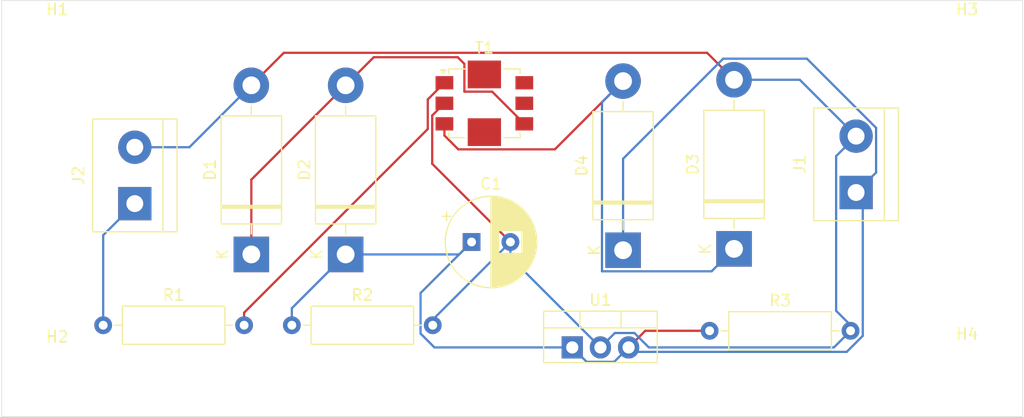
<source format=kicad_pcb>
(kicad_pcb (version 20240108) (generator "pcbnew") (generator_version "8.0")
  (layers (0 "F.Cu" signal) (31 "B.Cu" signal) (34 "B.Paste" user) (35 "F.Paste" user) (36 "B.SilkS" user "B.Silkscreen") (37 "F.SilkS" user "F.Silkscreen") (38 "B.Mask" user) (39 "F.Mask" user) (44 "Edge.Cuts" user))
  (net 0 "")
  (net 1 "GND")
  (net 2 "/Vout")
  (net 3 "Net-(D1-K)")
  (net 4 "Net-(J2-Pin_1)")
  (net 5 "Net-(D3-K)")
  (net 6 "Net-(T1-AA)")
  (footprint "MountingHole:MountingHole_2.1mm" (layer "F.Cu") (at 109 91)
    (property "Reference" "H1" (at 0 -3.2 0) (layer "F.SilkS"))
    (property "Value" "MountingHole")
    (pad "" np_thru_hole circle (at 0 0) (size 2.1 2.1) (drill 2.1) (layers "*.Cu" "*.Mask"))
  )
  (footprint "Resistor_THT:R_Axial_DIN0309_L9.0mm_D3.2mm_P12.70mm_Horizontal" (layer "F.Cu") (at 113.15 116.26)
    (property "Reference" "R1" (at 6.35 -2.72 0) (layer "F.SilkS"))
    (property "Value" "2")
    (fp_line (start 1.04 0) (end 1.73 0) (stroke (width 0.12)) (layer "F.SilkS"))
    (fp_line (start 1.73 -1.72) (end 1.73 1.72) (stroke (width 0.12)) (layer "F.SilkS"))
    (fp_line (start 1.73 1.72) (end 10.97 1.72) (stroke (width 0.12)) (layer "F.SilkS"))
    (fp_line (start 10.97 -1.72) (end 1.73 -1.72) (stroke (width 0.12)) (layer "F.SilkS"))
    (fp_line (start 10.97 1.72) (end 10.97 -1.72) (stroke (width 0.12)) (layer "F.SilkS"))
    (fp_line (start 11.66 0) (end 10.97 0) (stroke (width 0.12)) (layer "F.SilkS"))
    (pad "1" thru_hole circle (at 0 0) (size 1.6 1.6) (drill 0.8) (layers "*.Cu" "*.Mask") (net 4 "Net-(J2-Pin_1)"))
    (pad "2" thru_hole oval (at 12.7 0) (size 1.6 1.6) (drill 0.8) (layers "*.Cu" "*.Mask") (net 6 "Net-(T1-AA)"))
  )
  (footprint "TerminalBlock:TerminalBlock_bornier-2_P5.08mm" (layer "F.Cu") (at 181 104.3 90)
    (property "Reference" "J1" (at 2.54 -5.08 90) (layer "F.SilkS"))
    (property "Value" "Screw_Terminal_01x02")
    (fp_line (start 7.62 -3.81) (end -2.54 -3.81) (stroke (width 0.12)) (layer "F.SilkS"))
    (fp_line (start -2.54 -3.81) (end -2.54 3.81) (stroke (width 0.12)) (layer "F.SilkS"))
    (fp_line (start 7.62 2.54) (end -2.54 2.54) (stroke (width 0.12)) (layer "F.SilkS"))
    (fp_line (start 7.62 3.81) (end 7.62 -3.81) (stroke (width 0.12)) (layer "F.SilkS"))
    (fp_line (start -2.54 3.81) (end 7.62 3.81) (stroke (width 0.12)) (layer "F.SilkS"))
    (pad "1" thru_hole rect (at 0 0 90) (size 3 3) (drill 1.52) (layers "*.Cu" "*.Mask") (net 2 "/Vout"))
    (pad "2" thru_hole circle (at 5.08 0 90) (size 3 3) (drill 1.52) (layers "*.Cu" "*.Mask") (net 1 "GND"))
  )
  (footprint "Resistor_THT:R_Axial_DIN0309_L9.0mm_D3.2mm_P12.70mm_Horizontal" (layer "F.Cu") (at 130.15 116.26)
    (property "Reference" "R2" (at 6.35 -2.72 0) (layer "F.SilkS"))
    (property "Value" "1k")
    (fp_line (start 1.04 0) (end 1.73 0) (stroke (width 0.12)) (layer "F.SilkS"))
    (fp_line (start 1.73 -1.72) (end 1.73 1.72) (stroke (width 0.12)) (layer "F.SilkS"))
    (fp_line (start 1.73 1.72) (end 10.97 1.72) (stroke (width 0.12)) (layer "F.SilkS"))
    (fp_line (start 10.97 -1.72) (end 1.73 -1.72) (stroke (width 0.12)) (layer "F.SilkS"))
    (fp_line (start 10.97 1.72) (end 10.97 -1.72) (stroke (width 0.12)) (layer "F.SilkS"))
    (fp_line (start 11.66 0) (end 10.97 0) (stroke (width 0.12)) (layer "F.SilkS"))
    (pad "1" thru_hole circle (at 0 0) (size 1.6 1.6) (drill 0.8) (layers "*.Cu" "*.Mask") (net 2 "/Vout"))
    (pad "2" thru_hole oval (at 12.7 0) (size 1.6 1.6) (drill 0.8) (layers "*.Cu" "*.Mask") (net 1 "GND"))
  )
  (footprint "Diode_THT:D_DO-201AD_P15.24mm_Horizontal" (layer "F.Cu") (at 135 109.88 90)
    (property "Reference" "D2" (at 7.62 -3.72 90) (layer "F.SilkS"))
    (property "Value" "1N5408")
    (fp_line (start 12.49 -2.72) (end 2.75 -2.72) (stroke (width 0.12)) (layer "F.SilkS"))
    (fp_line (start 4.415 -2.72) (end 4.415 2.72) (stroke (width 0.12)) (layer "F.SilkS"))
    (fp_line (start 4.295 -2.72) (end 4.295 2.72) (stroke (width 0.12)) (layer "F.SilkS"))
    (fp_line (start 4.175 -2.72) (end 4.175 2.72) (stroke (width 0.12)) (layer "F.SilkS"))
    (fp_line (start 2.75 -2.72) (end 2.75 2.72) (stroke (width 0.12)) (layer "F.SilkS"))
    (fp_line (start 13.4 0) (end 12.49 0) (stroke (width 0.12)) (layer "F.SilkS"))
    (fp_line (start 1.84 0) (end 2.75 0) (stroke (width 0.12)) (layer "F.SilkS"))
    (fp_line (start 12.49 2.72) (end 12.49 -2.72) (stroke (width 0.12)) (layer "F.SilkS"))
    (fp_line (start 2.75 2.72) (end 12.49 2.72) (stroke (width 0.12)) (layer "F.SilkS"))
    (fp_text user "K" (at 0 -2.6 90) (layer "F.SilkS"))
    (pad "1" thru_hole rect (at 0 0 90) (size 3.2 3.2) (drill 1.6) (layers "*.Cu" "*.Mask") (net 2 "/Vout"))
    (pad "2" thru_hole oval (at 15.24 0 90) (size 3.2 3.2) (drill 1.6) (layers "*.Cu" "*.Mask") (net 3 "Net-(D1-K)"))
  )
  (footprint "Resistor_THT:R_Axial_DIN0309_L9.0mm_D3.2mm_P12.70mm_Horizontal" (layer "F.Cu") (at 167.8 116.76)
    (property "Reference" "R3" (at 6.35 -2.72 0) (layer "F.SilkS"))
    (property "Value" "10k")
    (fp_line (start 1.04 0) (end 1.73 0) (stroke (width 0.12)) (layer "F.SilkS"))
    (fp_line (start 1.73 -1.72) (end 1.73 1.72) (stroke (width 0.12)) (layer "F.SilkS"))
    (fp_line (start 1.73 1.72) (end 10.97 1.72) (stroke (width 0.12)) (layer "F.SilkS"))
    (fp_line (start 10.97 -1.72) (end 1.73 -1.72) (stroke (width 0.12)) (layer "F.SilkS"))
    (fp_line (start 10.97 1.72) (end 10.97 -1.72) (stroke (width 0.12)) (layer "F.SilkS"))
    (fp_line (start 11.66 0) (end 10.97 0) (stroke (width 0.12)) (layer "F.SilkS"))
    (pad "1" thru_hole circle (at 0 0) (size 1.6 1.6) (drill 0.8) (layers "*.Cu" "*.Mask") (net 2 "/Vout"))
    (pad "2" thru_hole oval (at 12.7 0) (size 1.6 1.6) (drill 0.8) (layers "*.Cu" "*.Mask") (net 1 "GND"))
  )
  (footprint "Transformer_SMD:Transformer_Coilcraft_CST1" (layer "F.Cu") (at 147.5 96.26)
    (property "Reference" "T1" (at 0 -5 0) (layer "F.SilkS"))
    (property "Value" "Transformer_1P_1S")
    (fp_line (start -3.22 -3.095) (end -3.22 -2.7) (stroke (width 0.12)) (layer "F.SilkS"))
    (fp_line (start -3.22 -3.095) (end -1.75 -3.095) (stroke (width 0.12)) (layer "F.SilkS"))
    (fp_line (start -3.22 3.095) (end -3.22 2.7) (stroke (width 0.12)) (layer "F.SilkS"))
    (fp_line (start -3.22 3.095) (end -1.75 3.095) (stroke (width 0.12)) (layer "F.SilkS"))
    (fp_line (start 3.22 -3.095) (end 1.75 -3.095) (stroke (width 0.12)) (layer "F.SilkS"))
    (fp_line (start 3.22 -3.095) (end 3.22 -2.7) (stroke (width 0.12)) (layer "F.SilkS"))
    (fp_line (start 3.22 3.095) (end 1.75 3.095) (stroke (width 0.12)) (layer "F.SilkS"))
    (fp_line (start 3.22 3.095) (end 3.22 2.7) (stroke (width 0.12)) (layer "F.SilkS"))
    (fp_poly (pts (xy -3.7 -2.7) (xy -3.94 -3.03) (xy -3.46 -3.03) (xy -3.7 -2.7)) (stroke (width 0.12)) (fill solid) (layer "F.SilkS"))
    (pad "1" smd rect (at -3.6 -1.85) (size 1.6 1.2) (layers "F.Cu" "F.Paste" "F.Mask") (net 6 "Net-(T1-AA)"))
    (pad "2" smd rect (at -3.6 0) (size 1.6 1.2) (layers "F.Cu" "F.Paste" "F.Mask") (net 1 "GND"))
    (pad "3" smd rect (at -3.6 1.85) (size 1.6 1.2) (layers "F.Cu" "F.Paste" "F.Mask") (net 5 "Net-(D3-K)"))
    (pad "4" smd rect (at 3.6 1.85) (size 1.6 1.2) (layers "F.Cu" "F.Paste" "F.Mask") (net 3 "Net-(D1-K)"))
    (pad "5" smd rect (at 3.6 0) (size 1.6 1.2) (layers "F.Cu" "F.Paste" "F.Mask"))
    (pad "6" smd rect (at 3.6 -1.85) (size 1.6 1.2) (layers "F.Cu" "F.Paste" "F.Mask"))
    (pad "7" smd rect (at 0 -2.6) (size 3 2.5) (layers "F.Cu" "F.Paste" "F.Mask"))
    (pad "8" smd rect (at 0 2.6) (size 3 2.5) (layers "F.Cu" "F.Paste" "F.Mask"))
  )
  (footprint "Diode_THT:D_DO-201AD_P15.24mm_Horizontal" (layer "F.Cu") (at 170 109.38 90)
    (property "Reference" "D3" (at 7.62 -3.72 90) (layer "F.SilkS"))
    (property "Value" "1N5408")
    (fp_line (start 12.49 -2.72) (end 2.75 -2.72) (stroke (width 0.12)) (layer "F.SilkS"))
    (fp_line (start 4.415 -2.72) (end 4.415 2.72) (stroke (width 0.12)) (layer "F.SilkS"))
    (fp_line (start 4.295 -2.72) (end 4.295 2.72) (stroke (width 0.12)) (layer "F.SilkS"))
    (fp_line (start 4.175 -2.72) (end 4.175 2.72) (stroke (width 0.12)) (layer "F.SilkS"))
    (fp_line (start 2.75 -2.72) (end 2.75 2.72) (stroke (width 0.12)) (layer "F.SilkS"))
    (fp_line (start 13.4 0) (end 12.49 0) (stroke (width 0.12)) (layer "F.SilkS"))
    (fp_line (start 1.84 0) (end 2.75 0) (stroke (width 0.12)) (layer "F.SilkS"))
    (fp_line (start 12.49 2.72) (end 12.49 -2.72) (stroke (width 0.12)) (layer "F.SilkS"))
    (fp_line (start 2.75 2.72) (end 12.49 2.72) (stroke (width 0.12)) (layer "F.SilkS"))
    (fp_text user "K" (at 0 -2.6 90) (layer "F.SilkS"))
    (pad "1" thru_hole rect (at 0 0 90) (size 3.2 3.2) (drill 1.6) (layers "*.Cu" "*.Mask") (net 5 "Net-(D3-K)"))
    (pad "2" thru_hole oval (at 15.24 0 90) (size 3.2 3.2) (drill 1.6) (layers "*.Cu" "*.Mask") (net 1 "GND"))
  )
  (footprint "MountingHole:MountingHole_2.1mm" (layer "F.Cu") (at 191 120.26)
    (property "Reference" "H4" (at 0 -3.2 0) (layer "F.SilkS"))
    (property "Value" "MountingHole")
    (pad "" np_thru_hole circle (at 0 0) (size 2.1 2.1) (drill 2.1) (layers "*.Cu" "*.Mask"))
  )
  (footprint "TerminalBlock:TerminalBlock_bornier-2_P5.08mm" (layer "F.Cu") (at 116 105.3 90)
    (property "Reference" "J2" (at 2.54 -5.08 90) (layer "F.SilkS"))
    (property "Value" "Screw_Terminal_01x02")
    (fp_line (start 7.62 -3.81) (end -2.54 -3.81) (stroke (width 0.12)) (layer "F.SilkS"))
    (fp_line (start -2.54 -3.81) (end -2.54 3.81) (stroke (width 0.12)) (layer "F.SilkS"))
    (fp_line (start 7.62 2.54) (end -2.54 2.54) (stroke (width 0.12)) (layer "F.SilkS"))
    (fp_line (start 7.62 3.81) (end 7.62 -3.81) (stroke (width 0.12)) (layer "F.SilkS"))
    (fp_line (start -2.54 3.81) (end 7.62 3.81) (stroke (width 0.12)) (layer "F.SilkS"))
    (pad "1" thru_hole rect (at 0 0 90) (size 3 3) (drill 1.52) (layers "*.Cu" "*.Mask") (net 4 "Net-(J2-Pin_1)"))
    (pad "2" thru_hole circle (at 5.08 0 90) (size 3 3) (drill 1.52) (layers "*.Cu" "*.Mask") (net 1 "GND"))
  )
  (footprint "Diode_THT:D_DO-201AD_P15.24mm_Horizontal" (layer "F.Cu") (at 160 109.5 90)
    (property "Reference" "D4" (at 7.62 -3.72 90) (layer "F.SilkS"))
    (property "Value" "1N5408")
    (fp_line (start 12.49 -2.72) (end 2.75 -2.72) (stroke (width 0.12)) (layer "F.SilkS"))
    (fp_line (start 4.415 -2.72) (end 4.415 2.72) (stroke (width 0.12)) (layer "F.SilkS"))
    (fp_line (start 4.295 -2.72) (end 4.295 2.72) (stroke (width 0.12)) (layer "F.SilkS"))
    (fp_line (start 4.175 -2.72) (end 4.175 2.72) (stroke (width 0.12)) (layer "F.SilkS"))
    (fp_line (start 2.75 -2.72) (end 2.75 2.72) (stroke (width 0.12)) (layer "F.SilkS"))
    (fp_line (start 13.4 0) (end 12.49 0) (stroke (width 0.12)) (layer "F.SilkS"))
    (fp_line (start 1.84 0) (end 2.75 0) (stroke (width 0.12)) (layer "F.SilkS"))
    (fp_line (start 12.49 2.72) (end 12.49 -2.72) (stroke (width 0.12)) (layer "F.SilkS"))
    (fp_line (start 2.75 2.72) (end 12.49 2.72) (stroke (width 0.12)) (layer "F.SilkS"))
    (fp_text user "K" (at 0 -2.6 90) (layer "F.SilkS"))
    (pad "1" thru_hole rect (at 0 0 90) (size 3.2 3.2) (drill 1.6) (layers "*.Cu" "*.Mask") (net 2 "/Vout"))
    (pad "2" thru_hole oval (at 15.24 0 90) (size 3.2 3.2) (drill 1.6) (layers "*.Cu" "*.Mask") (net 5 "Net-(D3-K)"))
  )
  (footprint "Package_TO_SOT_THT:TO-220-3_Vertical" (layer "F.Cu") (at 155.42 118.26)
    (property "Reference" "U1" (at 2.54 -4.27 0) (layer "F.SilkS"))
    (property "Value" "LM7812_TO220")
    (fp_line (start -2.58 -3.27) (end -2.58 1.371) (stroke (width 0.12)) (layer "F.SilkS"))
    (fp_line (start -2.58 -3.27) (end 7.66 -3.27) (stroke (width 0.12)) (layer "F.SilkS"))
    (fp_line (start -2.58 -1.76) (end 7.66 -1.76) (stroke (width 0.12)) (layer "F.SilkS"))
    (fp_line (start -2.58 1.371) (end 7.66 1.371) (stroke (width 0.12)) (layer "F.SilkS"))
    (fp_line (start 0.69 -3.27) (end 0.69 -1.76) (stroke (width 0.12)) (layer "F.SilkS"))
    (fp_line (start 4.391 -3.27) (end 4.391 -1.76) (stroke (width 0.12)) (layer "F.SilkS"))
    (fp_line (start 7.66 -3.27) (end 7.66 1.371) (stroke (width 0.12)) (layer "F.SilkS"))
    (pad "1" thru_hole rect (at 0 0) (size 1.905 2) (drill 1.1) (layers "*.Cu" "*.Mask") (net 2 "/Vout"))
    (pad "2" thru_hole oval (at 2.54 0) (size 1.905 2) (drill 1.1) (layers "*.Cu" "*.Mask") (net 1 "GND"))
    (pad "3" thru_hole oval (at 5.08 0) (size 1.905 2) (drill 1.1) (layers "*.Cu" "*.Mask") (net 2 "/Vout"))
  )
  (footprint "MountingHole:MountingHole_2.1mm" (layer "F.Cu") (at 109 120.5)
    (property "Reference" "H2" (at 0 -3.2 0) (layer "F.SilkS"))
    (property "Value" "MountingHole")
    (pad "" np_thru_hole circle (at 0 0) (size 2.1 2.1) (drill 2.1) (layers "*.Cu" "*.Mask"))
  )
  (footprint "Capacitor_THT:CP_Radial_D8.0mm_P3.50mm" (layer "F.Cu") (at 146.347349 108.76)
    (property "Reference" "C1" (at 1.75 -5.25 0) (layer "F.SilkS"))
    (property "Value" "2200u")
    (fp_line (start -2.659698 -2.315) (end -1.859698 -2.315) (stroke (width 0.12)) (layer "F.SilkS"))
    (fp_line (start -2.259698 -2.715) (end -2.259698 -1.915) (stroke (width 0.12)) (layer "F.SilkS"))
    (fp_line (start 1.75 -4.08) (end 1.75 4.08) (stroke (width 0.12)) (layer "F.SilkS"))
    (fp_line (start 1.79 -4.08) (end 1.79 4.08) (stroke (width 0.12)) (layer "F.SilkS"))
    (fp_line (start 1.83 -4.08) (end 1.83 4.08) (stroke (width 0.12)) (layer "F.SilkS"))
    (fp_line (start 1.87 -4.079) (end 1.87 4.079) (stroke (width 0.12)) (layer "F.SilkS"))
    (fp_line (start 1.91 -4.077) (end 1.91 4.077) (stroke (width 0.12)) (layer "F.SilkS"))
    (fp_line (start 1.95 -4.076) (end 1.95 4.076) (stroke (width 0.12)) (layer "F.SilkS"))
    (fp_line (start 1.99 -4.074) (end 1.99 4.074) (stroke (width 0.12)) (layer "F.SilkS"))
    (fp_line (start 2.03 -4.071) (end 2.03 4.071) (stroke (width 0.12)) (layer "F.SilkS"))
    (fp_line (start 2.07 -4.068) (end 2.07 4.068) (stroke (width 0.12)) (layer "F.SilkS"))
    (fp_line (start 2.11 -4.065) (end 2.11 4.065) (stroke (width 0.12)) (layer "F.SilkS"))
    (fp_line (start 2.15 -4.061) (end 2.15 4.061) (stroke (width 0.12)) (layer "F.SilkS"))
    (fp_line (start 2.19 -4.057) (end 2.19 4.057) (stroke (width 0.12)) (layer "F.SilkS"))
    (fp_line (start 2.23 -4.052) (end 2.23 4.052) (stroke (width 0.12)) (layer "F.SilkS"))
    (fp_line (start 2.27 -4.048) (end 2.27 4.048) (stroke (width 0.12)) (layer "F.SilkS"))
    (fp_line (start 2.31 -4.042) (end 2.31 4.042) (stroke (width 0.12)) (layer "F.SilkS"))
    (fp_line (start 2.35 -4.037) (end 2.35 4.037) (stroke (width 0.12)) (layer "F.SilkS"))
    (fp_line (start 2.39 -4.03) (end 2.39 4.03) (stroke (width 0.12)) (layer "F.SilkS"))
    (fp_line (start 2.43 -4.024) (end 2.43 4.024) (stroke (width 0.12)) (layer "F.SilkS"))
    (fp_line (start 2.471 -4.017) (end 2.471 -1.04) (stroke (width 0.12)) (layer "F.SilkS"))
    (fp_line (start 2.471 1.04) (end 2.471 4.017) (stroke (width 0.12)) (layer "F.SilkS"))
    (fp_line (start 2.511 -4.01) (end 2.511 -1.04) (stroke (width 0.12)) (layer "F.SilkS"))
    (fp_line (start 2.511 1.04) (end 2.511 4.01) (stroke (width 0.12)) (layer "F.SilkS"))
    (fp_line (start 2.551 -4.002) (end 2.551 -1.04) (stroke (width 0.12)) (layer "F.SilkS"))
    (fp_line (start 2.551 1.04) (end 2.551 4.002) (stroke (width 0.12)) (layer "F.SilkS"))
    (fp_line (start 2.591 -3.994) (end 2.591 -1.04) (stroke (width 0.12)) (layer "F.SilkS"))
    (fp_line (start 2.591 1.04) (end 2.591 3.994) (stroke (width 0.12)) (layer "F.SilkS"))
    (fp_line (start 2.631 -3.985) (end 2.631 -1.04) (stroke (width 0.12)) (layer "F.SilkS"))
    (fp_line (start 2.631 1.04) (end 2.631 3.985) (stroke (width 0.12)) (layer "F.SilkS"))
    (fp_line (start 2.671 -3.976) (end 2.671 -1.04) (stroke (width 0.12)) (layer "F.SilkS"))
    (fp_line (start 2.671 1.04) (end 2.671 3.976) (stroke (width 0.12)) (layer "F.SilkS"))
    (fp_line (start 2.711 -3.967) (end 2.711 -1.04) (stroke (width 0.12)) (layer "F.SilkS"))
    (fp_line (start 2.711 1.04) (end 2.711 3.967) (stroke (width 0.12)) (layer "F.SilkS"))
    (fp_line (start 2.751 -3.957) (end 2.751 -1.04) (stroke (width 0.12)) (layer "F.SilkS"))
    (fp_line (start 2.751 1.04) (end 2.751 3.957) (stroke (width 0.12)) (layer "F.SilkS"))
    (fp_line (start 2.791 -3.947) (end 2.791 -1.04) (stroke (width 0.12)) (layer "F.SilkS"))
    (fp_line (start 2.791 1.04) (end 2.791 3.947) (stroke (width 0.12)) (layer "F.SilkS"))
    (fp_line (start 2.831 -3.936) (end 2.831 -1.04) (stroke (width 0.12)) (layer "F.SilkS"))
    (fp_line (start 2.831 1.04) (end 2.831 3.936) (stroke (width 0.12)) (layer "F.SilkS"))
    (fp_line (start 2.871 -3.925) (end 2.871 -1.04) (stroke (width 0.12)) (layer "F.SilkS"))
    (fp_line (start 2.871 1.04) (end 2.871 3.925) (stroke (width 0.12)) (layer "F.SilkS"))
    (fp_line (start 2.911 -3.914) (end 2.911 -1.04) (stroke (width 0.12)) (layer "F.SilkS"))
    (fp_line (start 2.911 1.04) (end 2.911 3.914) (stroke (width 0.12)) (layer "F.SilkS"))
    (fp_line (start 2.951 -3.902) (end 2.951 -1.04) (stroke (width 0.12)) (layer "F.SilkS"))
    (fp_line (start 2.951 1.04) (end 2.951 3.902) (stroke (width 0.12)) (layer "F.SilkS"))
    (fp_line (start 2.991 -3.889) (end 2.991 -1.04) (stroke (width 0.12)) (layer "F.SilkS"))
    (fp_line (start 2.991 1.04) (end 2.991 3.889) (stroke (width 0.12)) (layer "F.SilkS"))
    (fp_line (start 3.031 -3.877) (end 3.031 -1.04) (stroke (width 0.12)) (layer "F.SilkS"))
    (fp_line (start 3.031 1.04) (end 3.031 3.877) (stroke (width 0.12)) (layer "F.SilkS"))
    (fp_line (start 3.071 -3.863) (end 3.071 -1.04) (stroke (width 0.12)) (layer "F.SilkS"))
    (fp_line (start 3.071 1.04) (end 3.071 3.863) (stroke (width 0.12)) (layer "F.SilkS"))
    (fp_line (start 3.111 -3.85) (end 3.111 -1.04) (stroke (width 0.12)) (layer "F.SilkS"))
    (fp_line (start 3.111 1.04) (end 3.111 3.85) (stroke (width 0.12)) (layer "F.SilkS"))
    (fp_line (start 3.151 -3.835) (end 3.151 -1.04) (stroke (width 0.12)) (layer "F.SilkS"))
    (fp_line (start 3.151 1.04) (end 3.151 3.835) (stroke (width 0.12)) (layer "F.SilkS"))
    (fp_line (start 3.191 -3.821) (end 3.191 -1.04) (stroke (width 0.12)) (layer "F.SilkS"))
    (fp_line (start 3.191 1.04) (end 3.191 3.821) (stroke (width 0.12)) (layer "F.SilkS"))
    (fp_line (start 3.231 -3.805) (end 3.231 -1.04) (stroke (width 0.12)) (layer "F.SilkS"))
    (fp_line (start 3.231 1.04) (end 3.231 3.805) (stroke (width 0.12)) (layer "F.SilkS"))
    (fp_line (start 3.271 -3.79) (end 3.271 -1.04) (stroke (width 0.12)) (layer "F.SilkS"))
    (fp_line (start 3.271 1.04) (end 3.271 3.79) (stroke (width 0.12)) (layer "F.SilkS"))
    (fp_line (start 3.311 -3.774) (end 3.311 -1.04) (stroke (width 0.12)) (layer "F.SilkS"))
    (fp_line (start 3.311 1.04) (end 3.311 3.774) (stroke (width 0.12)) (layer "F.SilkS"))
    (fp_line (start 3.351 -3.757) (end 3.351 -1.04) (stroke (width 0.12)) (layer "F.SilkS"))
    (fp_line (start 3.351 1.04) (end 3.351 3.757) (stroke (width 0.12)) (layer "F.SilkS"))
    (fp_line (start 3.391 -3.74) (end 3.391 -1.04) (stroke (width 0.12)) (layer "F.SilkS"))
    (fp_line (start 3.391 1.04) (end 3.391 3.74) (stroke (width 0.12)) (layer "F.SilkS"))
    (fp_line (start 3.431 -3.722) (end 3.431 -1.04) (stroke (width 0.12)) (layer "F.SilkS"))
    (fp_line (start 3.431 1.04) (end 3.431 3.722) (stroke (width 0.12)) (layer "F.SilkS"))
    (fp_line (start 3.471 -3.704) (end 3.471 -1.04) (stroke (width 0.12)) (layer "F.SilkS"))
    (fp_line (start 3.471 1.04) (end 3.471 3.704) (stroke (width 0.12)) (layer "F.SilkS"))
    (fp_line (start 3.511 -3.686) (end 3.511 -1.04) (stroke (width 0.12)) (layer "F.SilkS"))
    (fp_line (start 3.511 1.04) (end 3.511 3.686) (stroke (width 0.12)) (layer "F.SilkS"))
    (fp_line (start 3.551 -3.666) (end 3.551 -1.04) (stroke (width 0.12)) (layer "F.SilkS"))
    (fp_line (start 3.551 1.04) (end 3.551 3.666) (stroke (width 0.12)) (layer "F.SilkS"))
    (fp_line (start 3.591 -3.647) (end 3.591 -1.04) (stroke (width 0.12)) (layer "F.SilkS"))
    (fp_line (start 3.591 1.04) (end 3.591 3.647) (stroke (width 0.12)) (layer "F.SilkS"))
    (fp_line (start 3.631 -3.627) (end 3.631 -1.04) (stroke (width 0.12)) (layer "F.SilkS"))
    (fp_line (start 3.631 1.04) (end 3.631 3.627) (stroke (width 0.12)) (layer "F.SilkS"))
    (fp_line (start 3.671 -3.606) (end 3.671 -1.04) (stroke (width 0.12)) (layer "F.SilkS"))
    (fp_line (start 3.671 1.04) (end 3.671 3.606) (stroke (width 0.12)) (layer "F.SilkS"))
    (fp_line (start 3.711 -3.584) (end 3.711 -1.04) (stroke (width 0.12)) (layer "F.SilkS"))
    (fp_line (start 3.711 1.04) (end 3.711 3.584) (stroke (width 0.12)) (layer "F.SilkS"))
    (fp_line (start 3.751 -3.562) (end 3.751 -1.04) (stroke (width 0.12)) (layer "F.SilkS"))
    (fp_line (start 3.751 1.04) (end 3.751 3.562) (stroke (width 0.12)) (layer "F.SilkS"))
    (fp_line (start 3.791 -3.54) (end 3.791 -1.04) (stroke (width 0.12)) (layer "F.SilkS"))
    (fp_line (start 3.791 1.04) (end 3.791 3.54) (stroke (width 0.12)) (layer "F.SilkS"))
    (fp_line (start 3.831 -3.517) (end 3.831 -1.04) (stroke (width 0.12)) (layer "F.SilkS"))
    (fp_line (start 3.831 1.04) (end 3.831 3.517) (stroke (width 0.12)) (layer "F.SilkS"))
    (fp_line (start 3.871 -3.493) (end 3.871 -1.04) (stroke (width 0.12)) (layer "F.SilkS"))
    (fp_line (start 3.871 1.04) (end 3.871 3.493) (stroke (width 0.12)) (layer "F.SilkS"))
    (fp_line (start 3.911 -3.469) (end 3.911 -1.04) (stroke (width 0.12)) (layer "F.SilkS"))
    (fp_line (start 3.911 1.04) (end 3.911 3.469) (stroke (width 0.12)) (layer "F.SilkS"))
    (fp_line (start 3.951 -3.444) (end 3.951 -1.04) (stroke (width 0.12)) (layer "F.SilkS"))
    (fp_line (start 3.951 1.04) (end 3.951 3.444) (stroke (width 0.12)) (layer "F.SilkS"))
    (fp_line (start 3.991 -3.418) (end 3.991 -1.04) (stroke (width 0.12)) (layer "F.SilkS"))
    (fp_line (start 3.991 1.04) (end 3.991 3.418) (stroke (width 0.12)) (layer "F.SilkS"))
    (fp_line (start 4.031 -3.392) (end 4.031 -1.04) (stroke (width 0.12)) (layer "F.SilkS"))
    (fp_line (start 4.031 1.04) (end 4.031 3.392) (stroke (width 0.12)) (layer "F.SilkS"))
    (fp_line (start 4.071 -3.365) (end 4.071 -1.04) (stroke (width 0.12)) (layer "F.SilkS"))
    (fp_line (start 4.071 1.04) (end 4.071 3.365) (stroke (width 0.12)) (layer "F.SilkS"))
    (fp_line (start 4.111 -3.338) (end 4.111 -1.04) (stroke (width 0.12)) (layer "F.SilkS"))
    (fp_line (start 4.111 1.04) (end 4.111 3.338) (stroke (width 0.12)) (layer "F.SilkS"))
    (fp_line (start 4.151 -3.309) (end 4.151 -1.04) (stroke (width 0.12)) (layer "F.SilkS"))
    (fp_line (start 4.151 1.04) (end 4.151 3.309) (stroke (width 0.12)) (layer "F.SilkS"))
    (fp_line (start 4.191 -3.28) (end 4.191 -1.04) (stroke (width 0.12)) (layer "F.SilkS"))
    (fp_line (start 4.191 1.04) (end 4.191 3.28) (stroke (width 0.12)) (layer "F.SilkS"))
    (fp_line (start 4.231 -3.25) (end 4.231 -1.04) (stroke (width 0.12)) (layer "F.SilkS"))
    (fp_line (start 4.231 1.04) (end 4.231 3.25) (stroke (width 0.12)) (layer "F.SilkS"))
    (fp_line (start 4.271 -3.22) (end 4.271 -1.04) (stroke (width 0.12)) (layer "F.SilkS"))
    (fp_line (start 4.271 1.04) (end 4.271 3.22) (stroke (width 0.12)) (layer "F.SilkS"))
    (fp_line (start 4.311 -3.189) (end 4.311 -1.04) (stroke (width 0.12)) (layer "F.SilkS"))
    (fp_line (start 4.311 1.04) (end 4.311 3.189) (stroke (width 0.12)) (layer "F.SilkS"))
    (fp_line (start 4.351 -3.156) (end 4.351 -1.04) (stroke (width 0.12)) (layer "F.SilkS"))
    (fp_line (start 4.351 1.04) (end 4.351 3.156) (stroke (width 0.12)) (layer "F.SilkS"))
    (fp_line (start 4.391 -3.124) (end 4.391 -1.04) (stroke (width 0.12)) (layer "F.SilkS"))
    (fp_line (start 4.391 1.04) (end 4.391 3.124) (stroke (width 0.12)) (layer "F.SilkS"))
    (fp_line (start 4.431 -3.09) (end 4.431 -1.04) (stroke (width 0.12)) (layer "F.SilkS"))
    (fp_line (start 4.431 1.04) (end 4.431 3.09) (stroke (width 0.12)) (layer "F.SilkS"))
    (fp_line (start 4.471 -3.055) (end 4.471 -1.04) (stroke (width 0.12)) (layer "F.SilkS"))
    (fp_line (start 4.471 1.04) (end 4.471 3.055) (stroke (width 0.12)) (layer "F.SilkS"))
    (fp_line (start 4.511 -3.019) (end 4.511 -1.04) (stroke (width 0.12)) (layer "F.SilkS"))
    (fp_line (start 4.511 1.04) (end 4.511 3.019) (stroke (width 0.12)) (layer "F.SilkS"))
    (fp_line (start 4.551 -2.983) (end 4.551 2.983) (stroke (width 0.12)) (layer "F.SilkS"))
    (fp_line (start 4.591 -2.945) (end 4.591 2.945) (stroke (width 0.12)) (layer "F.SilkS"))
    (fp_line (start 4.631 -2.907) (end 4.631 2.907) (stroke (width 0.12)) (layer "F.SilkS"))
    (fp_line (start 4.671 -2.867) (end 4.671 2.867) (stroke (width 0.12)) (layer "F.SilkS"))
    (fp_line (start 4.711 -2.826) (end 4.711 2.826) (stroke (width 0.12)) (layer "F.SilkS"))
    (fp_line (start 4.751 -2.784) (end 4.751 2.784) (stroke (width 0.12)) (layer "F.SilkS"))
    (fp_line (start 4.791 -2.741) (end 4.791 2.741) (stroke (width 0.12)) (layer "F.SilkS"))
    (fp_line (start 4.831 -2.697) (end 4.831 2.697) (stroke (width 0.12)) (layer "F.SilkS"))
    (fp_line (start 4.871 -2.651) (end 4.871 2.651) (stroke (width 0.12)) (layer "F.SilkS"))
    (fp_line (start 4.911 -2.604) (end 4.911 2.604) (stroke (width 0.12)) (layer "F.SilkS"))
    (fp_line (start 4.951 -2.556) (end 4.951 2.556) (stroke (width 0.12)) (layer "F.SilkS"))
    (fp_line (start 4.991 -2.505) (end 4.991 2.505) (stroke (width 0.12)) (layer "F.SilkS"))
    (fp_line (start 5.031 -2.454) (end 5.031 2.454) (stroke (width 0.12)) (layer "F.SilkS"))
    (fp_line (start 5.071 -2.4) (end 5.071 2.4) (stroke (width 0.12)) (layer "F.SilkS"))
    (fp_line (start 5.111 -2.345) (end 5.111 2.345) (stroke (width 0.12)) (layer "F.SilkS"))
    (fp_line (start 5.151 -2.287) (end 5.151 2.287) (stroke (width 0.12)) (layer "F.SilkS"))
    (fp_line (start 5.191 -2.228) (end 5.191 2.228) (stroke (width 0.12)) (layer "F.SilkS"))
    (fp_line (start 5.231 -2.166) (end 5.231 2.166) (stroke (width 0.12)) (layer "F.SilkS"))
    (fp_line (start 5.271 -2.102) (end 5.271 2.102) (stroke (width 0.12)) (layer "F.SilkS"))
    (fp_line (start 5.311 -2.034) (end 5.311 2.034) (stroke (width 0.12)) (layer "F.SilkS"))
    (fp_line (start 5.351 -1.964) (end 5.351 1.964) (stroke (width 0.12)) (layer "F.SilkS"))
    (fp_line (start 5.391 -1.89) (end 5.391 1.89) (stroke (width 0.12)) (layer "F.SilkS"))
    (fp_line (start 5.431 -1.813) (end 5.431 1.813) (stroke (width 0.12)) (layer "F.SilkS"))
    (fp_line (start 5.471 -1.731) (end 5.471 1.731) (stroke (width 0.12)) (layer "F.SilkS"))
    (fp_line (start 5.511 -1.645) (end 5.511 1.645) (stroke (width 0.12)) (layer "F.SilkS"))
    (fp_line (start 5.551 -1.552) (end 5.551 1.552) (stroke (width 0.12)) (layer "F.SilkS"))
    (fp_line (start 5.591 -1.453) (end 5.591 1.453) (stroke (width 0.12)) (layer "F.SilkS"))
    (fp_line (start 5.631 -1.346) (end 5.631 1.346) (stroke (width 0.12)) (layer "F.SilkS"))
    (fp_line (start 5.671 -1.229) (end 5.671 1.229) (stroke (width 0.12)) (layer "F.SilkS"))
    (fp_line (start 5.711 -1.098) (end 5.711 1.098) (stroke (width 0.12)) (layer "F.SilkS"))
    (fp_line (start 5.751 -0.948) (end 5.751 0.948) (stroke (width 0.12)) (layer "F.SilkS"))
    (fp_line (start 5.791 -0.768) (end 5.791 0.768) (stroke (width 0.12)) (layer "F.SilkS"))
    (fp_line (start 5.831 -0.533) (end 5.831 0.533) (stroke (width 0.12)) (layer "F.SilkS"))
    (fp_circle (center 1.75 0) (end 5.87 0) (stroke (width 0.12)) (fill none) (layer "F.SilkS"))
    (pad "1" thru_hole rect (at 0 0) (size 1.6 1.6) (drill 0.8) (layers "*.Cu" "*.Mask") (net 2 "/Vout"))
    (pad "2" thru_hole circle (at 3.5 0) (size 1.6 1.6) (drill 0.8) (layers "*.Cu" "*.Mask") (net 1 "GND"))
  )
  (footprint "Diode_THT:D_DO-201AD_P15.24mm_Horizontal" (layer "F.Cu") (at 126.5 109.88 90)
    (property "Reference" "D1" (at 7.62 -3.72 90) (layer "F.SilkS"))
    (property "Value" "1N5408")
    (fp_line (start 12.49 -2.72) (end 2.75 -2.72) (stroke (width 0.12)) (layer "F.SilkS"))
    (fp_line (start 4.415 -2.72) (end 4.415 2.72) (stroke (width 0.12)) (layer "F.SilkS"))
    (fp_line (start 4.295 -2.72) (end 4.295 2.72) (stroke (width 0.12)) (layer "F.SilkS"))
    (fp_line (start 4.175 -2.72) (end 4.175 2.72) (stroke (width 0.12)) (layer "F.SilkS"))
    (fp_line (start 2.75 -2.72) (end 2.75 2.72) (stroke (width 0.12)) (layer "F.SilkS"))
    (fp_line (start 13.4 0) (end 12.49 0) (stroke (width 0.12)) (layer "F.SilkS"))
    (fp_line (start 1.84 0) (end 2.75 0) (stroke (width 0.12)) (layer "F.SilkS"))
    (fp_line (start 12.49 2.72) (end 12.49 -2.72) (stroke (width 0.12)) (layer "F.SilkS"))
    (fp_line (start 2.75 2.72) (end 12.49 2.72) (stroke (width 0.12)) (layer "F.SilkS"))
    (fp_text user "K" (at 0 -2.6 90) (layer "F.SilkS"))
    (pad "1" thru_hole rect (at 0 0 90) (size 3.2 3.2) (drill 1.6) (layers "*.Cu" "*.Mask") (net 3 "Net-(D1-K)"))
    (pad "2" thru_hole oval (at 15.24 0 90) (size 3.2 3.2) (drill 1.6) (layers "*.Cu" "*.Mask") (net 1 "GND"))
  )
  (footprint "MountingHole:MountingHole_2.1mm" (layer "F.Cu") (at 191 91)
    (property "Reference" "H3" (at 0 -3.2 0) (layer "F.SilkS"))
    (property "Value" "MountingHole")
    (pad "" np_thru_hole circle (at 0 0) (size 2.1 2.1) (drill 2.1) (layers "*.Cu" "*.Mask"))
  )
  (gr_rect (start 104 87) (end 196 124.5) (stroke (width 0.05)) (fill none) (layer "Edge.Cuts"))
  (segment (start 142.8 101.712651) (end 142.8 97.36) (width 0.2) (layer "F.Cu") (net 1))
  (segment (start 149.847349 108.76) (end 142.8 101.712651) (width 0.2) (layer "F.Cu") (net 1))
  (segment (start 167.57 91.71) (end 170 94.14) (width 0.2) (layer "F.Cu") (net 1))
  (segment (start 129.43 91.71) (end 167.57 91.71) (width 0.2) (layer "F.Cu") (net 1))
  (segment (start 126.5 94.64) (end 129.43 91.71) (width 0.2) (layer "F.Cu") (net 1))
  (segment (start 142.8 97.36) (end 143.9 96.26) (width 0.2) (layer "F.Cu") (net 1))
  (segment (start 180.5 116.76) (end 180.5 116.26) (width 0.2) (layer "B.Cu") (net 1))
  (segment (start 157.96 118.26) (end 159.26 116.96) (width 0.2) (layer "B.Cu") (net 1))
  (segment (start 149.847349 110.147349) (end 157.96 118.26) (width 0.2) (layer "B.Cu") (net 1))
  (segment (start 149.847349 108.76) (end 142.85 115.757349) (width 0.2) (layer "B.Cu") (net 1))
  (segment (start 179.2 114.96) (end 179.2 101.02) (width 0.2) (layer "B.Cu") (net 1))
  (segment (start 116 100.22) (end 120.92 100.22) (width 0.2) (layer "B.Cu") (net 1))
  (segment (start 149.847349 108.76) (end 149.847349 110.147349) (width 0.2) (layer "B.Cu") (net 1))
  (segment (start 181 99.22) (end 175.92 94.14) (width 0.2) (layer "B.Cu") (net 1))
  (segment (start 120.92 100.22) (end 126.5 94.64) (width 0.2) (layer "B.Cu") (net 1))
  (segment (start 180.5 116.26) (end 179.2 114.96) (width 0.2) (layer "B.Cu") (net 1))
  (segment (start 161.018802 116.96) (end 162.318802 118.26) (width 0.2) (layer "B.Cu") (net 1))
  (segment (start 159.26 116.96) (end 161.018802 116.96) (width 0.2) (layer "B.Cu") (net 1))
  (segment (start 179.2 101.02) (end 181 99.22) (width 0.2) (layer "B.Cu") (net 1))
  (segment (start 179 118.26) (end 180.5 116.76) (width 0.2) (layer "B.Cu") (net 1))
  (segment (start 175.92 94.14) (end 170 94.14) (width 0.2) (layer "B.Cu") (net 1))
  (segment (start 142.85 115.757349) (end 142.85 116.26) (width 0.2) (layer "B.Cu") (net 1))
  (segment (start 162.318802 118.26) (end 179 118.26) (width 0.2) (layer "B.Cu") (net 1))
  (segment (start 162 116.76) (end 160.5 118.26) (width 0.2) (layer "F.Cu") (net 2))
  (segment (start 167.8 116.76) (end 162 116.76) (width 0.2) (layer "F.Cu") (net 2))
  (segment (start 182.8 98.474415) (end 176.565585 92.24) (width 0.2) (layer "B.Cu") (net 2))
  (segment (start 135 109.88) (end 145.227349 109.88) (width 0.2) (layer "B.Cu") (net 2))
  (segment (start 160 101.26) (end 160 109.5) (width 0.2) (layer "B.Cu") (net 2))
  (segment (start 182.8 102.5) (end 182.8 98.474415) (width 0.2) (layer "B.Cu") (net 2))
  (segment (start 141.75 117.01) (end 143 118.26) (width 0.2) (layer "B.Cu") (net 2))
  (segment (start 181 104.3) (end 182.8 102.5) (width 0.2) (layer "B.Cu") (net 2))
  (segment (start 145.227349 109.88) (end 146.347349 108.76) (width 0.2) (layer "B.Cu") (net 2))
  (segment (start 143 118.26) (end 155.42 118.26) (width 0.2) (layer "B.Cu") (net 2))
  (segment (start 159.2 119.56) (end 160.5 118.26) (width 0.2) (layer "B.Cu") (net 2))
  (segment (start 169.02 92.24) (end 160 101.26) (width 0.2) (layer "B.Cu") (net 2))
  (segment (start 160.5 118.26) (end 160.9 118.66) (width 0.2) (layer "B.Cu") (net 2))
  (segment (start 180.155635 118.66) (end 181.6 117.215635) (width 0.2) (layer "B.Cu") (net 2))
  (segment (start 155.42 118.26) (end 156.72 119.56) (width 0.2) (layer "B.Cu") (net 2))
  (segment (start 135 109.88) (end 130.15 114.73) (width 0.2) (layer "B.Cu") (net 2))
  (segment (start 141.75 113.357349) (end 141.75 117.01) (width 0.2) (layer "B.Cu") (net 2))
  (segment (start 160.9 118.66) (end 180.155635 118.66) (width 0.2) (layer "B.Cu") (net 2))
  (segment (start 156.72 119.56) (end 159.2 119.56) (width 0.2) (layer "B.Cu") (net 2))
  (segment (start 181.6 104.9) (end 181 104.3) (width 0.2) (layer "B.Cu") (net 2))
  (segment (start 181.6 117.215635) (end 181.6 104.9) (width 0.2) (layer "B.Cu") (net 2))
  (segment (start 130.15 114.73) (end 130.15 116.26) (width 0.2) (layer "B.Cu") (net 2))
  (segment (start 146.347349 108.76) (end 141.75 113.357349) (width 0.2) (layer "B.Cu") (net 2))
  (segment (start 176.565585 92.24) (end 169.02 92.24) (width 0.2) (layer "B.Cu") (net 2))
  (segment (start 145.7 92.71) (end 145.7 95.21) (width 0.2) (layer "F.Cu") (net 3))
  (segment (start 135 94.64) (end 137.53 92.11) (width 0.2) (layer "F.Cu") (net 3))
  (segment (start 126.5 109.88) (end 126.5 103.14) (width 0.2) (layer "F.Cu") (net 3))
  (segment (start 145.7 95.21) (end 148.2 95.21) (width 0.2) (layer "F.Cu") (net 3))
  (segment (start 126.5 103.14) (end 135 94.64) (width 0.2) (layer "F.Cu") (net 3))
  (segment (start 145.1 92.11) (end 145.7 92.71) (width 0.2) (layer "F.Cu") (net 3))
  (segment (start 148.2 95.21) (end 151.1 98.11) (width 0.2) (layer "F.Cu") (net 3))
  (segment (start 137.53 92.11) (end 145.1 92.11) (width 0.2) (layer "F.Cu") (net 3))
  (segment (start 113.15 108.15) (end 116 105.3) (width 0.2) (layer "B.Cu") (net 4))
  (segment (start 113.15 116.26) (end 113.15 108.15) (width 0.2) (layer "B.Cu") (net 4))
  (segment (start 153.85 100.41) (end 145.15 100.41) (width 0.2) (layer "F.Cu") (net 5))
  (segment (start 145.15 100.41) (end 143.9 99.16) (width 0.2) (layer "F.Cu") (net 5))
  (segment (start 143.9 99.16) (end 143.9 98.11) (width 0.2) (layer "F.Cu") (net 5))
  (segment (start 160 94.26) (end 153.85 100.41) (width 0.2) (layer "F.Cu") (net 5))
  (segment (start 160 94.26) (end 158.1 96.16) (width 0.2) (layer "B.Cu") (net 5))
  (segment (start 158.1 96.16) (end 158.1 111.4) (width 0.2) (layer "B.Cu") (net 5))
  (segment (start 158.1 111.4) (end 167.98 111.4) (width 0.2) (layer "B.Cu") (net 5))
  (segment (start 167.98 111.4) (end 170 109.38) (width 0.2) (layer "B.Cu") (net 5))
  (segment (start 142.4 95.91) (end 143.9 94.41) (width 0.2) (layer "F.Cu") (net 6))
  (segment (start 125.85 115.12863) (end 142.4 98.57863) (width 0.2) (layer "F.Cu") (net 6))
  (segment (start 125.85 116.26) (end 125.85 115.12863) (width 0.2) (layer "F.Cu") (net 6))
  (segment (start 142.4 98.57863) (end 142.4 95.91) (width 0.2) (layer "F.Cu") (net 6))
)
</source>
